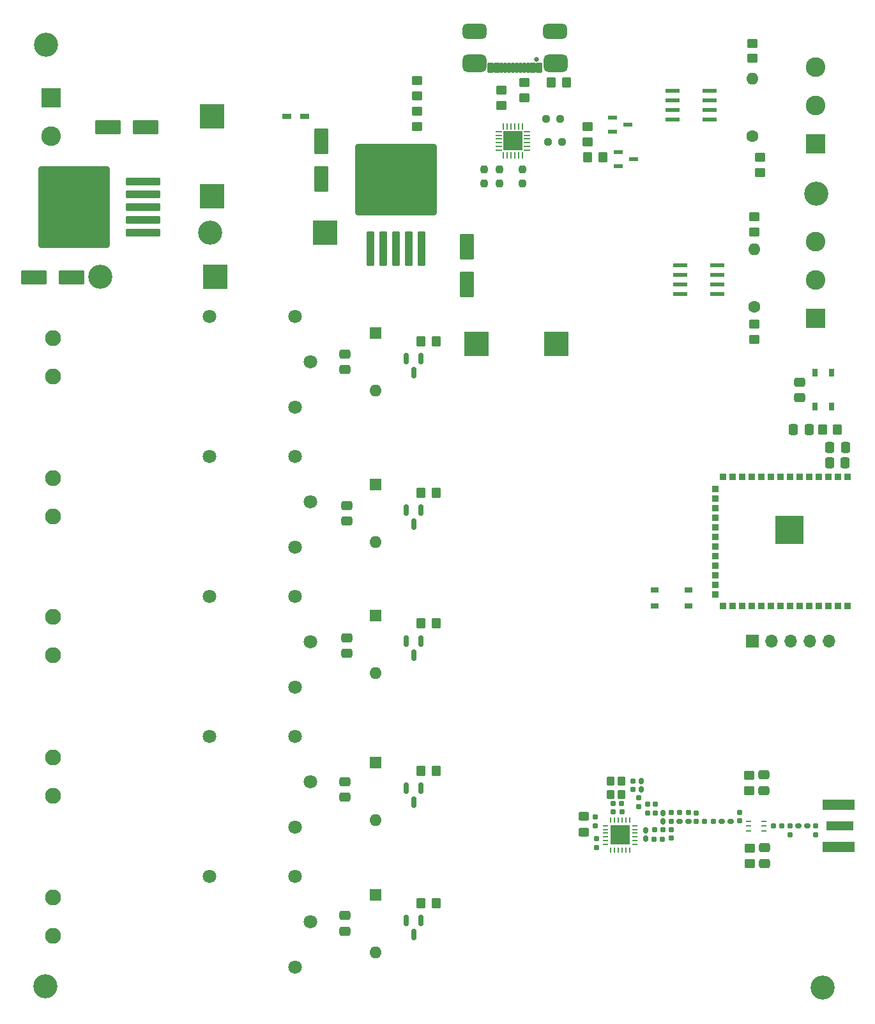
<source format=gbr>
%TF.GenerationSoftware,KiCad,Pcbnew,7.0.7*%
%TF.CreationDate,2023-11-01T18:07:50-05:00*%
%TF.ProjectId,greenhouse-controller-pcb,67726565-6e68-46f7-9573-652d636f6e74,rev?*%
%TF.SameCoordinates,Original*%
%TF.FileFunction,Soldermask,Top*%
%TF.FilePolarity,Negative*%
%FSLAX46Y46*%
G04 Gerber Fmt 4.6, Leading zero omitted, Abs format (unit mm)*
G04 Created by KiCad (PCBNEW 7.0.7) date 2023-11-01 18:07:50*
%MOMM*%
%LPD*%
G01*
G04 APERTURE LIST*
G04 Aperture macros list*
%AMRoundRect*
0 Rectangle with rounded corners*
0 $1 Rounding radius*
0 $2 $3 $4 $5 $6 $7 $8 $9 X,Y pos of 4 corners*
0 Add a 4 corners polygon primitive as box body*
4,1,4,$2,$3,$4,$5,$6,$7,$8,$9,$2,$3,0*
0 Add four circle primitives for the rounded corners*
1,1,$1+$1,$2,$3*
1,1,$1+$1,$4,$5*
1,1,$1+$1,$6,$7*
1,1,$1+$1,$8,$9*
0 Add four rect primitives between the rounded corners*
20,1,$1+$1,$2,$3,$4,$5,0*
20,1,$1+$1,$4,$5,$6,$7,0*
20,1,$1+$1,$6,$7,$8,$9,0*
20,1,$1+$1,$8,$9,$2,$3,0*%
G04 Aperture macros list end*
%ADD10RoundRect,0.250000X-0.350000X-0.450000X0.350000X-0.450000X0.350000X0.450000X-0.350000X0.450000X0*%
%ADD11RoundRect,0.155000X0.155000X-0.212500X0.155000X0.212500X-0.155000X0.212500X-0.155000X-0.212500X0*%
%ADD12R,3.302000X3.302000*%
%ADD13RoundRect,0.160000X-0.222500X-0.160000X0.222500X-0.160000X0.222500X0.160000X-0.222500X0.160000X0*%
%ADD14RoundRect,0.250000X-0.450000X0.325000X-0.450000X-0.325000X0.450000X-0.325000X0.450000X0.325000X0*%
%ADD15RoundRect,0.150000X-0.150000X0.587500X-0.150000X-0.587500X0.150000X-0.587500X0.150000X0.587500X0*%
%ADD16RoundRect,0.250000X0.350000X0.450000X-0.350000X0.450000X-0.350000X-0.450000X0.350000X-0.450000X0*%
%ADD17RoundRect,0.102000X-0.520000X-0.230000X0.520000X-0.230000X0.520000X0.230000X-0.520000X0.230000X0*%
%ADD18RoundRect,0.250000X-0.450000X0.350000X-0.450000X-0.350000X0.450000X-0.350000X0.450000X0.350000X0*%
%ADD19R,0.990600X0.711200*%
%ADD20RoundRect,0.155000X0.212500X0.155000X-0.212500X0.155000X-0.212500X-0.155000X0.212500X-0.155000X0*%
%ADD21R,1.981200X0.558800*%
%ADD22RoundRect,0.102000X-1.200000X1.200000X-1.200000X-1.200000X1.200000X-1.200000X1.200000X1.200000X0*%
%ADD23C,2.604000*%
%ADD24C,1.808000*%
%ADD25RoundRect,0.237500X0.250000X0.237500X-0.250000X0.237500X-0.250000X-0.237500X0.250000X-0.237500X0*%
%ADD26R,1.700000X1.700000*%
%ADD27O,1.700000X1.700000*%
%ADD28R,1.600000X1.600000*%
%ADD29O,1.600000X1.600000*%
%ADD30C,2.108200*%
%ADD31R,0.711200X0.990600*%
%ADD32R,1.219200X0.558800*%
%ADD33R,0.254000X0.762000*%
%ADD34R,0.762000X0.254000*%
%ADD35R,2.641600X2.641600*%
%ADD36RoundRect,0.250000X0.300000X-2.050000X0.300000X2.050000X-0.300000X2.050000X-0.300000X-2.050000X0*%
%ADD37RoundRect,0.250002X5.149998X-4.449998X5.149998X4.449998X-5.149998X4.449998X-5.149998X-4.449998X0*%
%ADD38RoundRect,0.102000X0.800000X-1.600000X0.800000X1.600000X-0.800000X1.600000X-0.800000X-1.600000X0*%
%ADD39RoundRect,0.155000X-0.155000X0.212500X-0.155000X-0.212500X0.155000X-0.212500X0.155000X0.212500X0*%
%ADD40RoundRect,0.155000X-0.212500X-0.155000X0.212500X-0.155000X0.212500X0.155000X-0.212500X0.155000X0*%
%ADD41RoundRect,0.160000X0.160000X-0.222500X0.160000X0.222500X-0.160000X0.222500X-0.160000X-0.222500X0*%
%ADD42RoundRect,0.250000X0.450000X-0.350000X0.450000X0.350000X-0.450000X0.350000X-0.450000X-0.350000X0*%
%ADD43RoundRect,0.160000X-0.197500X-0.160000X0.197500X-0.160000X0.197500X0.160000X-0.197500X0.160000X0*%
%ADD44RoundRect,0.102000X1.600000X0.800000X-1.600000X0.800000X-1.600000X-0.800000X1.600000X-0.800000X0*%
%ADD45RoundRect,0.250000X0.337500X0.475000X-0.337500X0.475000X-0.337500X-0.475000X0.337500X-0.475000X0*%
%ADD46RoundRect,0.250000X2.050000X0.300000X-2.050000X0.300000X-2.050000X-0.300000X2.050000X-0.300000X0*%
%ADD47RoundRect,0.250002X4.449998X5.149998X-4.449998X5.149998X-4.449998X-5.149998X4.449998X-5.149998X0*%
%ADD48C,3.200000*%
%ADD49RoundRect,0.250000X-0.475000X0.337500X-0.475000X-0.337500X0.475000X-0.337500X0.475000X0.337500X0*%
%ADD50RoundRect,0.102000X1.200000X-1.200000X1.200000X1.200000X-1.200000X1.200000X-1.200000X-1.200000X0*%
%ADD51RoundRect,0.237500X0.237500X-0.250000X0.237500X0.250000X-0.237500X0.250000X-0.237500X-0.250000X0*%
%ADD52C,0.650000*%
%ADD53RoundRect,0.102000X0.300000X0.575000X-0.300000X0.575000X-0.300000X-0.575000X0.300000X-0.575000X0*%
%ADD54RoundRect,0.102000X0.150000X0.575000X-0.150000X0.575000X-0.150000X-0.575000X0.150000X-0.575000X0*%
%ADD55RoundRect,0.627000X0.975000X0.525000X-0.975000X0.525000X-0.975000X-0.525000X0.975000X-0.525000X0*%
%ADD56RoundRect,0.552000X1.050000X0.450000X-1.050000X0.450000X-1.050000X-0.450000X1.050000X-0.450000X0*%
%ADD57RoundRect,0.102000X0.400000X-0.450000X0.400000X0.450000X-0.400000X0.450000X-0.400000X-0.450000X0*%
%ADD58R,3.200000X3.200000*%
%ADD59O,3.200000X3.200000*%
%ADD60RoundRect,0.250000X0.475000X-0.337500X0.475000X0.337500X-0.475000X0.337500X-0.475000X-0.337500X0*%
%ADD61RoundRect,0.250000X-0.337500X-0.475000X0.337500X-0.475000X0.337500X0.475000X-0.337500X0.475000X0*%
%ADD62R,0.889000X0.838200*%
%ADD63R,0.838200X0.889000*%
%ADD64R,3.708400X3.708400*%
%ADD65R,3.600000X1.270000*%
%ADD66R,4.200000X1.350000*%
%ADD67C,1.600000*%
%ADD68R,0.254000X0.812800*%
%ADD69R,0.812800X0.254000*%
%ADD70R,2.540000X2.540000*%
%ADD71R,0.787400X0.254000*%
G04 APERTURE END LIST*
D10*
%TO.C,R26*%
X134415001Y-127889000D03*
X136415001Y-127889000D03*
%TD*%
D11*
%TO.C,C11*%
X164406114Y-133459600D03*
X164406114Y-132324600D03*
%TD*%
D12*
%TO.C,L7*%
X106730800Y-51816000D03*
X106730800Y-41198800D03*
%TD*%
D13*
%TO.C,L5*%
X174273014Y-134560500D03*
X175418014Y-134560500D03*
%TD*%
D14*
%TO.C,L1*%
X155998714Y-133933200D03*
X155998714Y-135983200D03*
%TD*%
D15*
%TO.C,Q4*%
X134368501Y-93327499D03*
X132468501Y-93327499D03*
X133418501Y-95202499D03*
%TD*%
D16*
%TO.C,R11*%
X153654000Y-36703000D03*
X151654000Y-36703000D03*
%TD*%
D12*
%TO.C,L8*%
X141706600Y-71323200D03*
X152323800Y-71323200D03*
%TD*%
D17*
%TO.C,D2*%
X118948200Y-41198800D03*
X116568200Y-41198800D03*
%TD*%
D10*
%TO.C,R27*%
X134415001Y-145415000D03*
X136415001Y-145415000D03*
%TD*%
D18*
%TO.C,R15*%
X148082000Y-36719000D03*
X148082000Y-38719000D03*
%TD*%
D19*
%TO.C,SW2*%
X169839201Y-106078599D03*
X165339199Y-106078599D03*
X169839201Y-103928601D03*
X165339199Y-103928601D03*
%TD*%
D20*
%TO.C,C7*%
X160985814Y-132240400D03*
X159850814Y-132240400D03*
%TD*%
D21*
%TO.C,U2*%
X167716200Y-37846000D03*
X167716200Y-39116000D03*
X167716200Y-40386000D03*
X167716200Y-41656000D03*
X172643800Y-41656000D03*
X172643800Y-40386000D03*
X172643800Y-39116000D03*
X172643800Y-37846000D03*
%TD*%
D22*
%TO.C,J6*%
X85327500Y-38735000D03*
D23*
X85327500Y-43815000D03*
%TD*%
D24*
%TO.C,K3*%
X119692499Y-110786599D03*
X117692497Y-104786600D03*
X106392502Y-104786600D03*
X117692497Y-116786598D03*
%TD*%
D25*
%TO.C,R20*%
X152804500Y-41529000D03*
X150979500Y-41529000D03*
%TD*%
D26*
%TO.C,J1*%
X178308000Y-110744000D03*
D27*
X180848000Y-110744000D03*
X183388000Y-110744000D03*
X185928000Y-110744000D03*
X188468000Y-110744000D03*
%TD*%
D28*
%TO.C,D8*%
X128338501Y-144302999D03*
D29*
X128338501Y-151922999D03*
%TD*%
D30*
%TO.C,J8*%
X85598000Y-89081199D03*
X85598000Y-94161199D03*
%TD*%
D28*
%TO.C,D5*%
X128338501Y-89946999D03*
D29*
X128338501Y-97566999D03*
%TD*%
D16*
%TO.C,R1*%
X189595000Y-82677000D03*
X187595000Y-82677000D03*
%TD*%
D31*
%TO.C,SW1*%
X188806399Y-75169199D03*
X188806399Y-79669201D03*
X186656401Y-75169199D03*
X186656401Y-79669201D03*
%TD*%
D32*
%TO.C,Q2*%
X159761001Y-41340999D03*
X159761001Y-43241001D03*
X161803000Y-42291000D03*
%TD*%
D18*
%TO.C,R9*%
X177927000Y-128514600D03*
X177927000Y-130514600D03*
%TD*%
D33*
%TO.C,U4*%
X162039114Y-134424800D03*
X161539115Y-134424800D03*
X161039114Y-134424800D03*
X160539114Y-134424800D03*
X160039113Y-134424800D03*
X159539114Y-134424800D03*
D34*
X158820614Y-135143300D03*
X158820614Y-135643299D03*
X158820614Y-136143300D03*
X158820614Y-136643300D03*
X158820614Y-137143301D03*
X158820614Y-137643300D03*
D33*
X159539114Y-138361800D03*
X160039113Y-138361800D03*
X160539114Y-138361800D03*
X161039114Y-138361800D03*
X161539115Y-138361800D03*
X162039114Y-138361800D03*
D34*
X162757614Y-137643300D03*
X162757614Y-137143301D03*
X162757614Y-136643300D03*
X162757614Y-136143300D03*
X162757614Y-135643299D03*
X162757614Y-135143300D03*
D35*
X160789114Y-136393300D03*
%TD*%
D28*
%TO.C,D4*%
X128338501Y-69880999D03*
D29*
X128338501Y-77500999D03*
%TD*%
D36*
%TO.C,U7*%
X127664000Y-58707000D03*
X129364000Y-58707000D03*
X131064000Y-58707000D03*
D37*
X131064000Y-49557000D03*
D36*
X132764000Y-58707000D03*
X134464000Y-58707000D03*
%TD*%
D11*
%TO.C,C12*%
X165447514Y-133468300D03*
X165447514Y-132333300D03*
%TD*%
D38*
%TO.C,C29*%
X140487400Y-63460000D03*
X140487400Y-58460000D03*
%TD*%
D39*
%TO.C,C10*%
X157675114Y-136905300D03*
X157675114Y-138040300D03*
%TD*%
D40*
%TO.C,C23*%
X181093564Y-135195500D03*
X182228564Y-135195500D03*
%TD*%
D11*
%TO.C,C24*%
X183337464Y-136321800D03*
X183337464Y-135186800D03*
%TD*%
D41*
%TO.C,L3*%
X164152114Y-136902300D03*
X164152114Y-135757300D03*
%TD*%
D42*
%TO.C,R3*%
X178308000Y-33504000D03*
X178308000Y-31504000D03*
%TD*%
D43*
%TO.C,R8*%
X159846214Y-133281800D03*
X161041214Y-133281800D03*
%TD*%
D24*
%TO.C,K2*%
X119692499Y-92256199D03*
X117692497Y-86256200D03*
X106392502Y-86256200D03*
X117692497Y-98256198D03*
%TD*%
D10*
%TO.C,R12*%
X156480000Y-46609000D03*
X158480000Y-46609000D03*
%TD*%
D44*
%TO.C,C26*%
X88047200Y-62534800D03*
X83047200Y-62534800D03*
%TD*%
D45*
%TO.C,C4*%
X185822500Y-82677000D03*
X183747500Y-82677000D03*
%TD*%
D46*
%TO.C,U6*%
X97536000Y-56613000D03*
X97536000Y-54913000D03*
X97536000Y-53213000D03*
D47*
X88386000Y-53213000D03*
D46*
X97536000Y-51513000D03*
X97536000Y-49813000D03*
%TD*%
D18*
%TO.C,R17*%
X133858000Y-40529000D03*
X133858000Y-42529000D03*
%TD*%
D11*
%TO.C,C20*%
X176623514Y-134493000D03*
X176623514Y-133358000D03*
%TD*%
D41*
%TO.C,L2*%
X166488914Y-134590900D03*
X166488914Y-133445900D03*
%TD*%
D38*
%TO.C,C28*%
X121208800Y-49490000D03*
X121208800Y-44490000D03*
%TD*%
D48*
%TO.C,REF\u002A\u002A*%
X187655200Y-156591000D03*
%TD*%
D42*
%TO.C,R2*%
X179324000Y-48625000D03*
X179324000Y-46625000D03*
%TD*%
D11*
%TO.C,C9*%
X163263114Y-132604700D03*
X163263114Y-131469700D03*
%TD*%
D40*
%TO.C,C16*%
X168690014Y-133417500D03*
X169825014Y-133417500D03*
%TD*%
D49*
%TO.C,C30*%
X124274501Y-72653499D03*
X124274501Y-74728499D03*
%TD*%
D30*
%TO.C,J10*%
X85598000Y-126141999D03*
X85598000Y-131221999D03*
%TD*%
D50*
%TO.C,J2*%
X186706500Y-44831000D03*
D23*
X186706500Y-39751000D03*
X186706500Y-34671000D03*
%TD*%
D49*
%TO.C,C31*%
X124528501Y-92719499D03*
X124528501Y-94794499D03*
%TD*%
D41*
%TO.C,FB1*%
X163567914Y-130360800D03*
X163567914Y-129215800D03*
%TD*%
D10*
%TO.C,R24*%
X134415001Y-91059000D03*
X136415001Y-91059000D03*
%TD*%
D15*
%TO.C,Q6*%
X134368501Y-130157499D03*
X132468501Y-130157499D03*
X133418501Y-132032499D03*
%TD*%
D16*
%TO.C,R23*%
X136415001Y-70993000D03*
X134415001Y-70993000D03*
%TD*%
D30*
%TO.C,J11*%
X85598000Y-144672399D03*
X85598000Y-149752399D03*
%TD*%
D32*
%TO.C,Q1*%
X160523001Y-45912999D03*
X160523001Y-47813001D03*
X162565000Y-46863000D03*
%TD*%
D44*
%TO.C,C27*%
X97851600Y-42621200D03*
X92851600Y-42621200D03*
%TD*%
D50*
%TO.C,J3*%
X186690000Y-67945000D03*
D23*
X186690000Y-62865000D03*
X186690000Y-57785000D03*
%TD*%
D51*
%TO.C,R19*%
X144780000Y-50061500D03*
X144780000Y-48236500D03*
%TD*%
D39*
%TO.C,C8*%
X157497314Y-134009700D03*
X157497314Y-135144700D03*
%TD*%
D48*
%TO.C,REF\u002A\u002A*%
X186817000Y-51435000D03*
%TD*%
D13*
%TO.C,L6*%
X184441364Y-135195500D03*
X185586364Y-135195500D03*
%TD*%
D42*
%TO.C,R6*%
X178562000Y-56499000D03*
X178562000Y-54499000D03*
%TD*%
D52*
%TO.C,J5*%
X149704000Y-33652000D03*
D53*
X150014000Y-34727000D03*
X149214000Y-34727000D03*
D54*
X148064000Y-34727000D03*
X147064000Y-34727000D03*
X146564000Y-34727000D03*
X145564000Y-34727000D03*
D53*
X143614000Y-34727000D03*
X144414000Y-34727000D03*
D54*
X145064000Y-34727000D03*
X146064000Y-34727000D03*
X147564000Y-34727000D03*
X148564000Y-34727000D03*
D55*
X152234000Y-34152000D03*
X141494000Y-34152000D03*
D56*
X152134000Y-29972000D03*
X141494000Y-29972000D03*
%TD*%
D11*
%TO.C,C25*%
X186690264Y-136321800D03*
X186690264Y-135186800D03*
%TD*%
D48*
%TO.C,REF\u002A\u002A*%
X84582000Y-156464000D03*
%TD*%
D40*
%TO.C,C14*%
X165244314Y-136914000D03*
X166379314Y-136914000D03*
%TD*%
D11*
%TO.C,C13*%
X167530314Y-134569200D03*
X167530314Y-133434200D03*
%TD*%
D15*
%TO.C,Q3*%
X134368501Y-73261499D03*
X132468501Y-73261499D03*
X133418501Y-75136499D03*
%TD*%
D40*
%TO.C,C19*%
X171992014Y-134560500D03*
X173127014Y-134560500D03*
%TD*%
D57*
%TO.C,Y1*%
X159540914Y-129207200D03*
X159540914Y-131057200D03*
X160990914Y-131057200D03*
X160990914Y-129207200D03*
%TD*%
D58*
%TO.C,D1*%
X107111800Y-62484000D03*
D59*
X91871800Y-62484000D03*
%TD*%
D49*
%TO.C,C34*%
X124274501Y-147053999D03*
X124274501Y-149128999D03*
%TD*%
D15*
%TO.C,Q7*%
X134368501Y-147683499D03*
X132468501Y-147683499D03*
X133418501Y-149558499D03*
%TD*%
D42*
%TO.C,R5*%
X178562000Y-70723000D03*
X178562000Y-68723000D03*
%TD*%
D40*
%TO.C,C15*%
X165362614Y-135694800D03*
X166497614Y-135694800D03*
%TD*%
D10*
%TO.C,R25*%
X134415001Y-108331000D03*
X136415001Y-108331000D03*
%TD*%
D30*
%TO.C,J7*%
X85598000Y-70612000D03*
X85598000Y-75692000D03*
%TD*%
D18*
%TO.C,R14*%
X145034000Y-37735000D03*
X145034000Y-39735000D03*
%TD*%
D42*
%TO.C,R10*%
X177995114Y-140157900D03*
X177995114Y-138157900D03*
%TD*%
%TO.C,R16*%
X133858000Y-38465000D03*
X133858000Y-36465000D03*
%TD*%
D58*
%TO.C,D3*%
X121666000Y-56616600D03*
D59*
X106426000Y-56616600D03*
%TD*%
D11*
%TO.C,C18*%
X167581114Y-136821100D03*
X167581114Y-135686100D03*
%TD*%
D60*
%TO.C,C21*%
X179874714Y-130492600D03*
X179874714Y-128417600D03*
%TD*%
D24*
%TO.C,K5*%
X119692499Y-147847399D03*
X117692497Y-141847400D03*
X106392502Y-141847400D03*
X117692497Y-153847398D03*
%TD*%
D61*
%TO.C,C1*%
X188552000Y-87122000D03*
X190627000Y-87122000D03*
%TD*%
D51*
%TO.C,R22*%
X147828000Y-50061500D03*
X147828000Y-48236500D03*
%TD*%
D24*
%TO.C,K1*%
X119692499Y-73725799D03*
X117692497Y-67725800D03*
X106392502Y-67725800D03*
X117692497Y-79725798D03*
%TD*%
D48*
%TO.C,REF\u002A\u002A*%
X84709000Y-31724600D03*
%TD*%
D42*
%TO.C,R13*%
X156464000Y-44561000D03*
X156464000Y-42561000D03*
%TD*%
D62*
%TO.C,U1*%
X190975500Y-88926799D03*
X189705500Y-88926799D03*
X188435500Y-88926799D03*
X187165500Y-88926799D03*
X185895500Y-88926799D03*
X184625500Y-88926799D03*
X183355500Y-88926799D03*
X182085500Y-88926799D03*
X180815500Y-88926799D03*
X179545500Y-88926799D03*
X178275500Y-88926799D03*
X177005500Y-88926799D03*
X175735500Y-88926799D03*
X174465500Y-88926799D03*
D63*
X173390900Y-90522699D03*
X173390900Y-91792699D03*
X173390900Y-93062699D03*
X173390900Y-94332699D03*
X173390900Y-95602699D03*
X173390900Y-96872699D03*
X173390900Y-98142699D03*
X173390900Y-99412699D03*
X173390900Y-100682699D03*
X173390900Y-101952699D03*
X173390900Y-103222699D03*
X173390900Y-104492699D03*
D62*
X174465500Y-106088599D03*
X175735500Y-106088599D03*
X177005500Y-106088599D03*
X178275500Y-106088599D03*
X179545500Y-106088599D03*
X180815500Y-106088599D03*
X182085500Y-106088599D03*
X183355500Y-106088599D03*
X184625500Y-106088599D03*
X185895500Y-106088599D03*
X187165500Y-106088599D03*
X188435500Y-106088599D03*
X189705500Y-106088599D03*
X190975500Y-106088599D03*
D64*
X183261000Y-96012000D03*
%TD*%
D49*
%TO.C,C33*%
X124274501Y-129295499D03*
X124274501Y-131370499D03*
%TD*%
D51*
%TO.C,R18*%
X142748000Y-50061500D03*
X142748000Y-48236500D03*
%TD*%
D65*
%TO.C,J4*%
X189955314Y-135186800D03*
D66*
X189755314Y-138011800D03*
X189755314Y-132361800D03*
%TD*%
D28*
%TO.C,D6*%
X128338501Y-107297499D03*
D29*
X128338501Y-114917499D03*
%TD*%
D21*
%TO.C,U3*%
X168732200Y-60960000D03*
X168732200Y-62230000D03*
X168732200Y-63500000D03*
X168732200Y-64770000D03*
X173659800Y-64770000D03*
X173659800Y-63500000D03*
X173659800Y-62230000D03*
X173659800Y-60960000D03*
%TD*%
D24*
%TO.C,K4*%
X119692499Y-129316999D03*
X117692497Y-123317000D03*
X106392502Y-123317000D03*
X117692497Y-135316998D03*
%TD*%
D61*
%TO.C,C2*%
X188573500Y-85090000D03*
X190648500Y-85090000D03*
%TD*%
D25*
%TO.C,R21*%
X153058500Y-44577000D03*
X151233500Y-44577000D03*
%TD*%
D11*
%TO.C,C17*%
X170908514Y-134620000D03*
X170908514Y-133485000D03*
%TD*%
D15*
%TO.C,Q5*%
X134368501Y-110677999D03*
X132468501Y-110677999D03*
X133418501Y-112552999D03*
%TD*%
D49*
%TO.C,C3*%
X184556400Y-76407100D03*
X184556400Y-78482100D03*
%TD*%
D13*
%TO.C,L4*%
X168685014Y-134560500D03*
X169830014Y-134560500D03*
%TD*%
D67*
%TO.C,R7*%
X178562000Y-66421000D03*
D29*
X178562000Y-58801000D03*
%TD*%
D49*
%TO.C,C32*%
X124528501Y-110245499D03*
X124528501Y-112320499D03*
%TD*%
D39*
%TO.C,C6*%
X162501114Y-129209100D03*
X162501114Y-130344100D03*
%TD*%
D30*
%TO.C,J9*%
X85598000Y-107530900D03*
X85598000Y-112610900D03*
%TD*%
D28*
%TO.C,D7*%
X128338501Y-126776999D03*
D29*
X128338501Y-134396999D03*
%TD*%
D68*
%TO.C,U8*%
X147808000Y-42557700D03*
X147308001Y-42557700D03*
X146808000Y-42557700D03*
X146308000Y-42557700D03*
X145807999Y-42557700D03*
X145308000Y-42557700D03*
D69*
X144665700Y-43200000D03*
X144665700Y-43699999D03*
X144665700Y-44200000D03*
X144665700Y-44700000D03*
X144665700Y-45200001D03*
X144665700Y-45700000D03*
D68*
X145308000Y-46342300D03*
X145807999Y-46342300D03*
X146308000Y-46342300D03*
X146808000Y-46342300D03*
X147308001Y-46342300D03*
X147808000Y-46342300D03*
D69*
X148450300Y-45700000D03*
X148450300Y-45200001D03*
X148450300Y-44700000D03*
X148450300Y-44200000D03*
X148450300Y-43699999D03*
X148450300Y-43200000D03*
D70*
X146558000Y-44450000D03*
%TD*%
D71*
%TO.C,U5*%
X177852514Y-134545514D03*
X177852514Y-135195500D03*
X177852514Y-135845486D03*
X179884514Y-135845486D03*
X179884514Y-135195500D03*
X179884514Y-134545514D03*
%TD*%
D67*
%TO.C,R4*%
X178308000Y-43815000D03*
D29*
X178308000Y-36195000D03*
%TD*%
D49*
%TO.C,C22*%
X179925514Y-138095000D03*
X179925514Y-140170000D03*
%TD*%
M02*

</source>
